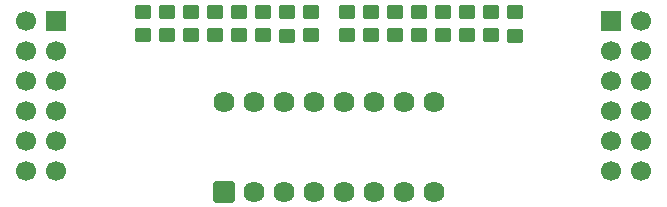
<source format=gbr>
%TF.GenerationSoftware,KiCad,Pcbnew,9.0.6-9.0.6~ubuntu24.04.1*%
%TF.CreationDate,2026-01-17T20:35:02-03:00*%
%TF.ProjectId,cotti_level_shifter,636f7474-695f-46c6-9576-656c5f736869,0.0*%
%TF.SameCoordinates,Original*%
%TF.FileFunction,Soldermask,Top*%
%TF.FilePolarity,Negative*%
%FSLAX46Y46*%
G04 Gerber Fmt 4.6, Leading zero omitted, Abs format (unit mm)*
G04 Created by KiCad (PCBNEW 9.0.6-9.0.6~ubuntu24.04.1) date 2026-01-17 20:35:02*
%MOMM*%
%LPD*%
G01*
G04 APERTURE LIST*
G04 Aperture macros list*
%AMRoundRect*
0 Rectangle with rounded corners*
0 $1 Rounding radius*
0 $2 $3 $4 $5 $6 $7 $8 $9 X,Y pos of 4 corners*
0 Add a 4 corners polygon primitive as box body*
4,1,4,$2,$3,$4,$5,$6,$7,$8,$9,$2,$3,0*
0 Add four circle primitives for the rounded corners*
1,1,$1+$1,$2,$3*
1,1,$1+$1,$4,$5*
1,1,$1+$1,$6,$7*
1,1,$1+$1,$8,$9*
0 Add four rect primitives between the rounded corners*
20,1,$1+$1,$2,$3,$4,$5,0*
20,1,$1+$1,$4,$5,$6,$7,0*
20,1,$1+$1,$6,$7,$8,$9,0*
20,1,$1+$1,$8,$9,$2,$3,0*%
G04 Aperture macros list end*
%ADD10R,1.700000X1.700000*%
%ADD11C,1.700000*%
%ADD12RoundRect,0.102000X-0.790000X-0.790000X0.790000X-0.790000X0.790000X0.790000X-0.790000X0.790000X0*%
%ADD13C,1.784000*%
%ADD14RoundRect,0.250000X0.450000X-0.350000X0.450000X0.350000X-0.450000X0.350000X-0.450000X-0.350000X0*%
%ADD15RoundRect,0.250000X-0.450000X0.350000X-0.450000X-0.350000X0.450000X-0.350000X0.450000X0.350000X0*%
G04 APERTURE END LIST*
D10*
%TO.C,J2*%
X154940000Y-156210000D03*
D11*
X154940000Y-158750000D03*
X154940000Y-161290000D03*
X154940000Y-163830000D03*
X154940000Y-166370000D03*
X154940000Y-168910000D03*
X157480000Y-156210000D03*
X157480000Y-158750000D03*
X157480000Y-161290000D03*
X157480000Y-163830000D03*
X157480000Y-166370000D03*
X157480000Y-168910000D03*
%TD*%
D12*
%TO.C,SW1*%
X122174000Y-170688000D03*
D13*
X124714000Y-170688000D03*
X127254000Y-170688000D03*
X129794000Y-170688000D03*
X132334000Y-170688000D03*
X134874000Y-170688000D03*
X137414000Y-170688000D03*
X139954000Y-170688000D03*
X139954000Y-163068000D03*
X137414000Y-163068000D03*
X134874000Y-163068000D03*
X132334000Y-163068000D03*
X129794000Y-163068000D03*
X127254000Y-163068000D03*
X124714000Y-163068000D03*
X122174000Y-163068000D03*
%TD*%
D10*
%TO.C,J1*%
X107950000Y-156210000D03*
D11*
X107950000Y-158750000D03*
X107950000Y-161290000D03*
X107950000Y-163830000D03*
X107950000Y-166370000D03*
X107950000Y-168910000D03*
X105410000Y-156210000D03*
X105410000Y-158750000D03*
X105410000Y-161290000D03*
X105410000Y-163830000D03*
X105410000Y-166370000D03*
X105410000Y-168910000D03*
%TD*%
D14*
%TO.C,R25*%
X140716000Y-157464000D03*
X140716000Y-155464000D03*
%TD*%
D15*
%TO.C,R11*%
X119380000Y-155464000D03*
X119380000Y-157464000D03*
%TD*%
D14*
%TO.C,R5*%
X132588000Y-157464000D03*
X132588000Y-155464000D03*
%TD*%
D15*
%TO.C,R21*%
X123444000Y-155448000D03*
X123444000Y-157448000D03*
%TD*%
%TO.C,R16*%
X121412000Y-155464000D03*
X121412000Y-157464000D03*
%TD*%
%TO.C,R6*%
X117348000Y-155464000D03*
X117348000Y-157464000D03*
%TD*%
D14*
%TO.C,R15*%
X136652000Y-157464000D03*
X136652000Y-155464000D03*
%TD*%
%TO.C,R10*%
X134620000Y-157464000D03*
X134620000Y-155464000D03*
%TD*%
%TO.C,R20*%
X138684000Y-157464000D03*
X138684000Y-155464000D03*
%TD*%
%TO.C,R40*%
X146812000Y-157480000D03*
X146812000Y-155480000D03*
%TD*%
D15*
%TO.C,R26*%
X125476000Y-155464000D03*
X125476000Y-157464000D03*
%TD*%
%TO.C,R31*%
X127508000Y-155480000D03*
X127508000Y-157480000D03*
%TD*%
%TO.C,R1*%
X115316000Y-155464000D03*
X115316000Y-157464000D03*
%TD*%
D14*
%TO.C,R35*%
X144780000Y-157464000D03*
X144780000Y-155464000D03*
%TD*%
D15*
%TO.C,R36*%
X129540000Y-155464000D03*
X129540000Y-157464000D03*
%TD*%
D14*
%TO.C,R30*%
X142748000Y-157464000D03*
X142748000Y-155464000D03*
%TD*%
M02*

</source>
